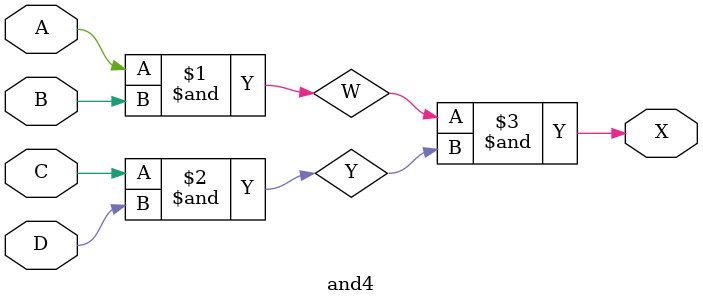
<source format=v>
module and4 (
    input A, B, C, D,
    output X
);

    wire W, Y;
    
    and and1(W, A, B);
    and and2(Y, C, D);
    and and3(X, W, Y);

endmodule
</source>
